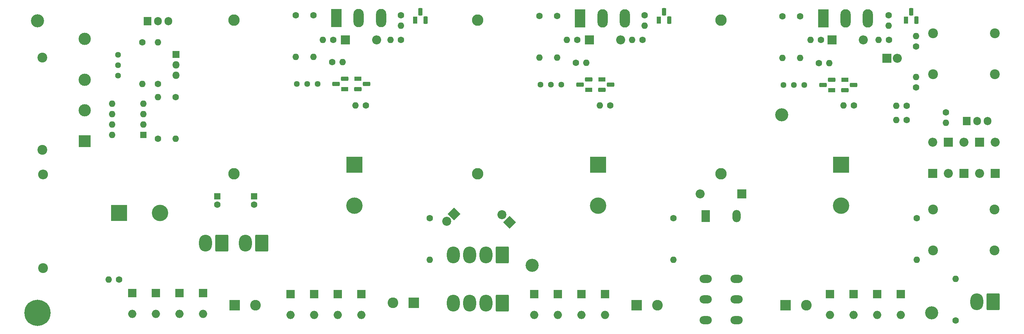
<source format=gbr>
%TF.GenerationSoftware,KiCad,Pcbnew,8.0.2+dfsg-1*%
%TF.CreationDate,2024-05-13T13:38:19+02:00*%
%TF.ProjectId,OSDEHA_PSU,4f534445-4841-45f5-9053-552e6b696361,rev?*%
%TF.SameCoordinates,Original*%
%TF.FileFunction,Soldermask,Top*%
%TF.FilePolarity,Negative*%
%FSLAX46Y46*%
G04 Gerber Fmt 4.6, Leading zero omitted, Abs format (unit mm)*
G04 Created by KiCad (PCBNEW 8.0.2+dfsg-1) date 2024-05-13 13:38:19*
%MOMM*%
%LPD*%
G01*
G04 APERTURE LIST*
G04 Aperture macros list*
%AMRoundRect*
0 Rectangle with rounded corners*
0 $1 Rounding radius*
0 $2 $3 $4 $5 $6 $7 $8 $9 X,Y pos of 4 corners*
0 Add a 4 corners polygon primitive as box body*
4,1,4,$2,$3,$4,$5,$6,$7,$8,$9,$2,$3,0*
0 Add four circle primitives for the rounded corners*
1,1,$1+$1,$2,$3*
1,1,$1+$1,$4,$5*
1,1,$1+$1,$6,$7*
1,1,$1+$1,$8,$9*
0 Add four rect primitives between the rounded corners*
20,1,$1+$1,$2,$3,$4,$5,0*
20,1,$1+$1,$4,$5,$6,$7,0*
20,1,$1+$1,$6,$7,$8,$9,0*
20,1,$1+$1,$8,$9,$2,$3,0*%
%AMHorizOval*
0 Thick line with rounded ends*
0 $1 width*
0 $2 $3 position (X,Y) of the first rounded end (center of the circle)*
0 $4 $5 position (X,Y) of the second rounded end (center of the circle)*
0 Add line between two ends*
20,1,$1,$2,$3,$4,$5,0*
0 Add two circle primitives to create the rounded ends*
1,1,$1,$2,$3*
1,1,$1,$4,$5*%
%AMRotRect*
0 Rectangle, with rotation*
0 The origin of the aperture is its center*
0 $1 length*
0 $2 width*
0 $3 Rotation angle, in degrees counterclockwise*
0 Add horizontal line*
21,1,$1,$2,0,0,$3*%
G04 Aperture macros list end*
%ADD10C,1.600000*%
%ADD11O,1.600000X1.600000*%
%ADD12R,3.000000X3.000000*%
%ADD13C,3.000000*%
%ADD14R,1.905000X2.000000*%
%ADD15O,1.905000X2.000000*%
%ADD16R,4.000000X4.000000*%
%ADD17C,4.000000*%
%ADD18C,3.200000*%
%ADD19C,2.400000*%
%ADD20O,2.400000X2.400000*%
%ADD21R,1.800000X1.100000*%
%ADD22RoundRect,0.275000X-0.625000X0.275000X-0.625000X-0.275000X0.625000X-0.275000X0.625000X0.275000X0*%
%ADD23RoundRect,0.250000X1.330000X1.800000X-1.330000X1.800000X-1.330000X-1.800000X1.330000X-1.800000X0*%
%ADD24O,3.160000X4.100000*%
%ADD25R,2.600000X2.600000*%
%ADD26C,2.600000*%
%ADD27R,2.200000X2.200000*%
%ADD28O,2.200000X2.200000*%
%ADD29R,2.000000X2.000000*%
%ADD30O,2.000000X2.000000*%
%ADD31C,6.400000*%
%ADD32RoundRect,0.275000X0.625000X-0.275000X0.625000X0.275000X-0.625000X0.275000X-0.625000X-0.275000X0*%
%ADD33R,1.800000X1.800000*%
%ADD34O,1.800000X1.800000*%
%ADD35C,2.800000*%
%ADD36R,1.600000X1.600000*%
%ADD37C,1.440000*%
%ADD38R,1.100000X1.800000*%
%ADD39RoundRect,0.275000X-0.275000X-0.625000X0.275000X-0.625000X0.275000X0.625000X-0.275000X0.625000X0*%
%ADD40R,2.500000X4.500000*%
%ADD41O,2.500000X4.500000*%
%ADD42O,3.000000X2.000000*%
%ADD43R,2.000000X3.000000*%
%ADD44O,2.000000X3.000000*%
%ADD45RotRect,2.200000X2.200000X225.000000*%
%ADD46HorizOval,2.200000X0.000000X0.000000X0.000000X0.000000X0*%
%ADD47RotRect,2.200000X2.200000X135.000000*%
%ADD48HorizOval,2.200000X0.000000X0.000000X0.000000X0.000000X0*%
G04 APERTURE END LIST*
D10*
%TO.C,R13*%
X251674000Y-87582000D03*
D11*
X251674000Y-85042000D03*
%TD*%
D12*
%TO.C,D11*%
X48895000Y-110725000D03*
D13*
X48895000Y-103225000D03*
X48895000Y-95725000D03*
X48895000Y-85725000D03*
%TD*%
D10*
%TO.C,R35*%
X185500000Y-79960000D03*
D11*
X185500000Y-82500000D03*
%TD*%
D10*
%TO.C,R30*%
X104664000Y-80010000D03*
D11*
X104664000Y-90170000D03*
%TD*%
D10*
%TO.C,R26*%
X169045000Y-86000000D03*
D11*
X166505000Y-86000000D03*
%TD*%
D14*
%TO.C,Q2*%
X264068000Y-105791000D03*
D15*
X266608000Y-105791000D03*
X269148000Y-105791000D03*
%TD*%
D16*
%TO.C,C1*%
X233426000Y-116473501D03*
D17*
X233426000Y-126473501D03*
%TD*%
D18*
%TO.C,H2*%
X218897200Y-104292400D03*
%TD*%
D10*
%TO.C,R11*%
X258943600Y-103682800D03*
D11*
X258943600Y-106222800D03*
%TD*%
D10*
%TO.C,R27*%
X184995000Y-86000000D03*
D11*
X182455000Y-86000000D03*
%TD*%
D19*
%TO.C,R15*%
X38735000Y-141732000D03*
D20*
X38735000Y-118872000D03*
%TD*%
D21*
%TO.C,Q3*%
X234337400Y-95707200D03*
D22*
X236407400Y-96977200D03*
X234337400Y-98247200D03*
%TD*%
D23*
%TO.C,J8*%
X82355000Y-135636000D03*
D24*
X78395000Y-135636000D03*
%TD*%
D25*
%TO.C,J1*%
X219837000Y-150782501D03*
D26*
X224917000Y-150782501D03*
%TD*%
D27*
%TO.C,D9*%
X267183000Y-111014000D03*
D28*
X267183000Y-118634000D03*
%TD*%
D19*
%TO.C,C5*%
X255851000Y-137381000D03*
X270851000Y-137381000D03*
%TD*%
D10*
%TO.C,R19*%
X228006400Y-91643200D03*
D11*
X230546400Y-91643200D03*
%TD*%
D19*
%TO.C,C11*%
X38608000Y-90350000D03*
X38608000Y-112850000D03*
%TD*%
D29*
%TO.C,D14*%
X236467333Y-148092501D03*
D30*
X236467333Y-153172501D03*
%TD*%
D10*
%TO.C,R12*%
X251674000Y-97615000D03*
D11*
X251674000Y-95075000D03*
%TD*%
D31*
%TO.C,CHASSIS1*%
X37388800Y-152654000D03*
%TD*%
D29*
%TO.C,D2*%
X72037666Y-147842501D03*
D30*
X72037666Y-152922501D03*
%TD*%
D10*
%TO.C,R24*%
X164160000Y-80137000D03*
D11*
X164160000Y-90297000D03*
%TD*%
D29*
%TO.C,D16*%
X175811000Y-148092501D03*
D30*
X175811000Y-153172501D03*
%TD*%
D10*
%TO.C,R14*%
X261326000Y-154520000D03*
D11*
X261326000Y-144360000D03*
%TD*%
D21*
%TO.C,Q12*%
X112282000Y-98044000D03*
D32*
X110212000Y-96774000D03*
X112282000Y-95504000D03*
%TD*%
D33*
%TO.C,Q1*%
X71126000Y-89535000D03*
D34*
X71126000Y-92075000D03*
X71126000Y-94615000D03*
%TD*%
D29*
%TO.C,D19*%
X158539000Y-148092501D03*
D30*
X158539000Y-153172501D03*
%TD*%
D35*
%TO.C,C12*%
X204089000Y-118699000D03*
X204089000Y-81199000D03*
%TD*%
D29*
%TO.C,D18*%
X164296333Y-148092501D03*
D30*
X164296333Y-153172501D03*
%TD*%
D36*
%TO.C,C8*%
X81225000Y-124214000D03*
D10*
X81225000Y-126214000D03*
%TD*%
D25*
%TO.C,J4*%
X85471000Y-150782501D03*
D26*
X90551000Y-150782501D03*
%TD*%
D10*
%TO.C,R9*%
X66802000Y-110109000D03*
D11*
X66802000Y-99949000D03*
%TD*%
D19*
%TO.C,C10*%
X255858000Y-84407000D03*
X270858000Y-84407000D03*
%TD*%
D18*
%TO.C,H1*%
X37388800Y-81330800D03*
%TD*%
D10*
%TO.C,R6*%
X249377200Y-105562400D03*
D11*
X246837200Y-105562400D03*
%TD*%
D10*
%TO.C,R21*%
X245045000Y-86000000D03*
D11*
X242505000Y-86000000D03*
%TD*%
D37*
%TO.C,RV4*%
X105680000Y-96774000D03*
X103140000Y-96774000D03*
X100600000Y-96774000D03*
%TD*%
D10*
%TO.C,R16*%
X251815600Y-129537200D03*
D11*
X251815600Y-139697200D03*
%TD*%
D27*
%TO.C,D5*%
X255708000Y-118634000D03*
D28*
X255708000Y-111014000D03*
%TD*%
D10*
%TO.C,R18*%
X223434400Y-80213200D03*
D11*
X223434400Y-90373200D03*
%TD*%
D21*
%TO.C,Q11*%
X115567000Y-95504000D03*
D22*
X117637000Y-96774000D03*
X115567000Y-98044000D03*
%TD*%
D23*
%TO.C,J5*%
X270441000Y-149960000D03*
D24*
X266481000Y-149960000D03*
%TD*%
D10*
%TO.C,R5*%
X249377200Y-102057200D03*
D11*
X246837200Y-102057200D03*
%TD*%
D29*
%TO.C,D12*%
X247982000Y-148092501D03*
D30*
X247982000Y-153172501D03*
%TD*%
D38*
%TO.C,Q14*%
X129460000Y-81170000D03*
D39*
X130730000Y-79100000D03*
X132000000Y-81170000D03*
%TD*%
D29*
%TO.C,D22*%
X104860333Y-148092501D03*
D30*
X104860333Y-153172501D03*
%TD*%
D10*
%TO.C,R23*%
X177045000Y-102000000D03*
D11*
X174505000Y-102000000D03*
%TD*%
D10*
%TO.C,R17*%
X236500000Y-102000000D03*
D11*
X233960000Y-102000000D03*
%TD*%
D27*
%TO.C,D8*%
X263358000Y-118634000D03*
D28*
X263358000Y-111014000D03*
%TD*%
D18*
%TO.C,H3*%
X255524000Y-152654000D03*
%TD*%
D10*
%TO.C,R28*%
X133070600Y-129537200D03*
D11*
X133070600Y-139697200D03*
%TD*%
D19*
%TO.C,C6*%
X255851000Y-127381000D03*
X270851000Y-127381000D03*
%TD*%
D16*
%TO.C,C2*%
X174114800Y-116471301D03*
D17*
X174114800Y-126471301D03*
%TD*%
D10*
%TO.C,R2*%
X159842000Y-80137000D03*
D11*
X159842000Y-90297000D03*
%TD*%
D21*
%TO.C,Q4*%
X231073400Y-98247200D03*
D32*
X229003400Y-96977200D03*
X231073400Y-95707200D03*
%TD*%
D29*
%TO.C,D20*%
X116375000Y-148092501D03*
D30*
X116375000Y-153172501D03*
%TD*%
D10*
%TO.C,R7*%
X62992000Y-86614000D03*
D11*
X62992000Y-96774000D03*
%TD*%
D16*
%TO.C,C4*%
X57243630Y-128270000D03*
D17*
X67243630Y-128270000D03*
%TD*%
D25*
%TO.C,J2*%
X183487000Y-150782501D03*
D26*
X188567000Y-150782501D03*
%TD*%
D40*
%TO.C,Q5*%
X229033400Y-80772000D03*
D41*
X234483400Y-80772000D03*
X239933400Y-80772000D03*
%TD*%
D21*
%TO.C,Q7*%
X175063000Y-95631000D03*
D22*
X177133000Y-96901000D03*
X175063000Y-98171000D03*
%TD*%
D38*
%TO.C,Q10*%
X188960000Y-81170000D03*
D39*
X190230000Y-79100000D03*
X191500000Y-81170000D03*
%TD*%
D29*
%TO.C,D23*%
X99103000Y-148092501D03*
D30*
X99103000Y-153172501D03*
%TD*%
D29*
%TO.C,D21*%
X110617666Y-148092501D03*
D30*
X110617666Y-153172501D03*
%TD*%
D14*
%TO.C,U1*%
X64262000Y-81407000D03*
D15*
X66802000Y-81407000D03*
X69342000Y-81407000D03*
%TD*%
D27*
%TO.C,D10*%
X271008000Y-118634000D03*
D28*
X271008000Y-111014000D03*
%TD*%
D36*
%TO.C,U2*%
X63236000Y-109210000D03*
D11*
X63236000Y-106670000D03*
X63236000Y-104130000D03*
X63236000Y-101590000D03*
X55616000Y-101590000D03*
X55616000Y-104130000D03*
X55616000Y-106670000D03*
X55616000Y-109210000D03*
%TD*%
D10*
%TO.C,R3*%
X100346000Y-80010000D03*
D11*
X100346000Y-90170000D03*
%TD*%
D10*
%TO.C,R22*%
X192506600Y-129537200D03*
D11*
X192506600Y-139697200D03*
%TD*%
D10*
%TO.C,R10*%
X71120000Y-99949000D03*
D11*
X71120000Y-110109000D03*
%TD*%
D40*
%TO.C,Q9*%
X169759000Y-80772000D03*
D41*
X175209000Y-80772000D03*
X180659000Y-80772000D03*
%TD*%
D19*
%TO.C,C9*%
X255858000Y-94407000D03*
X270858000Y-94407000D03*
%TD*%
D23*
%TO.C,J7*%
X150720000Y-150272501D03*
D24*
X146760000Y-150272501D03*
X142800000Y-150272501D03*
X138840000Y-150272501D03*
%TD*%
D10*
%TO.C,R31*%
X109236000Y-91440000D03*
D11*
X111776000Y-91440000D03*
%TD*%
D29*
%TO.C,D13*%
X242224666Y-148092501D03*
D30*
X242224666Y-153172501D03*
%TD*%
D10*
%TO.C,R1*%
X219116400Y-80213200D03*
D11*
X219116400Y-90373200D03*
%TD*%
D10*
%TO.C,R36*%
X126000000Y-79960000D03*
D11*
X126000000Y-82500000D03*
%TD*%
D27*
%TO.C,D26*%
X112500000Y-86000000D03*
D28*
X120120000Y-86000000D03*
%TD*%
D23*
%TO.C,J9*%
X92075000Y-135636000D03*
D24*
X88115000Y-135636000D03*
%TD*%
D27*
%TO.C,D7*%
X259533000Y-111014000D03*
D28*
X259533000Y-118634000D03*
%TD*%
D29*
%TO.C,D4*%
X60523000Y-147842501D03*
D30*
X60523000Y-152922501D03*
%TD*%
D29*
%TO.C,D3*%
X66280333Y-147842501D03*
D30*
X66280333Y-152922501D03*
%TD*%
D10*
%TO.C,R4*%
X57280600Y-144475200D03*
D11*
X54740600Y-144475200D03*
%TD*%
D10*
%TO.C,R20*%
X228500000Y-86000000D03*
D11*
X225960000Y-86000000D03*
%TD*%
D10*
%TO.C,R8*%
X66802000Y-96774000D03*
D11*
X66802000Y-86614000D03*
%TD*%
D37*
%TO.C,RV2*%
X224440400Y-96977200D03*
X221900400Y-96977200D03*
X219360400Y-96977200D03*
%TD*%
D40*
%TO.C,Q13*%
X110263000Y-80645000D03*
D41*
X115713000Y-80645000D03*
X121163000Y-80645000D03*
%TD*%
D42*
%TO.C,K1*%
X200399000Y-149332501D03*
X200399000Y-144292501D03*
X200399000Y-154372501D03*
X207899000Y-149332501D03*
X207899000Y-144292501D03*
X207899000Y-154372501D03*
D43*
X200399000Y-129032501D03*
D44*
X207899000Y-129032501D03*
%TD*%
D29*
%TO.C,D15*%
X230710000Y-148092501D03*
D30*
X230710000Y-153172501D03*
%TD*%
D45*
%TO.C,D29*%
X139000000Y-128520101D03*
D46*
X137203949Y-130316152D03*
%TD*%
D25*
%TO.C,J3*%
X129141000Y-150172501D03*
D26*
X124061000Y-150172501D03*
%TD*%
D21*
%TO.C,Q8*%
X171799000Y-98171000D03*
D32*
X169729000Y-96901000D03*
X171799000Y-95631000D03*
%TD*%
D18*
%TO.C,H4*%
X158000000Y-141000000D03*
%TD*%
D27*
%TO.C,D24*%
X231190000Y-86000000D03*
D28*
X238810000Y-86000000D03*
%TD*%
D10*
%TO.C,R25*%
X168732000Y-91567000D03*
D11*
X171272000Y-91567000D03*
%TD*%
D36*
%TO.C,C7*%
X90225000Y-124214000D03*
D10*
X90225000Y-126214000D03*
%TD*%
D27*
%TO.C,D27*%
X244531766Y-90500000D03*
D28*
X247071766Y-90500000D03*
%TD*%
D10*
%TO.C,R32*%
X109500000Y-86000000D03*
D11*
X106960000Y-86000000D03*
%TD*%
D10*
%TO.C,R33*%
X126000000Y-86000000D03*
D11*
X123460000Y-86000000D03*
%TD*%
D37*
%TO.C,RV3*%
X165176000Y-96901000D03*
X162636000Y-96901000D03*
X160096000Y-96901000D03*
%TD*%
D38*
%TO.C,Q6*%
X249230000Y-81170000D03*
D39*
X250500000Y-79100000D03*
X251770000Y-81170000D03*
%TD*%
D27*
%TO.C,D6*%
X209169000Y-123571000D03*
D28*
X199009000Y-123571000D03*
%TD*%
D10*
%TO.C,R29*%
X117500000Y-102000000D03*
D11*
X114960000Y-102000000D03*
%TD*%
D37*
%TO.C,RV1*%
X57023000Y-89662000D03*
X57023000Y-92202000D03*
X57023000Y-94742000D03*
%TD*%
D16*
%TO.C,C3*%
X114681000Y-116473501D03*
D17*
X114681000Y-126473501D03*
%TD*%
D27*
%TO.C,D25*%
X172000000Y-86000000D03*
D28*
X179620000Y-86000000D03*
%TD*%
D35*
%TO.C,C13*%
X144777800Y-118696800D03*
X144777800Y-81196800D03*
%TD*%
D47*
%TO.C,D28*%
X152500000Y-130500000D03*
D48*
X150703949Y-128703949D03*
%TD*%
D10*
%TO.C,R34*%
X245000000Y-79960000D03*
D11*
X245000000Y-82500000D03*
%TD*%
D29*
%TO.C,D1*%
X77795000Y-147842501D03*
D30*
X77795000Y-152922501D03*
%TD*%
D23*
%TO.C,J6*%
X150720000Y-138461501D03*
D24*
X146760000Y-138461501D03*
X142800000Y-138461501D03*
X138840000Y-138461501D03*
%TD*%
D29*
%TO.C,D17*%
X170053666Y-148092501D03*
D30*
X170053666Y-153172501D03*
%TD*%
D35*
%TO.C,C14*%
X85344000Y-118699000D03*
X85344000Y-81199000D03*
%TD*%
M02*

</source>
